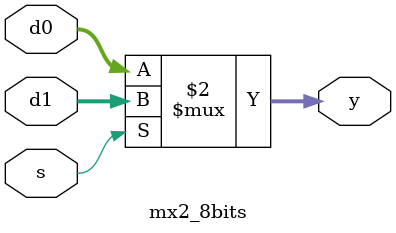
<source format=v>
module mx2_8bits(d0, d1, s, y);
	input [7:0] d0, d1;
	input s;
	output [7:0] y;

	assign y=(s==0)?d0:d1; // if(s=0) y=d0		else y=d1
endmodule

</source>
